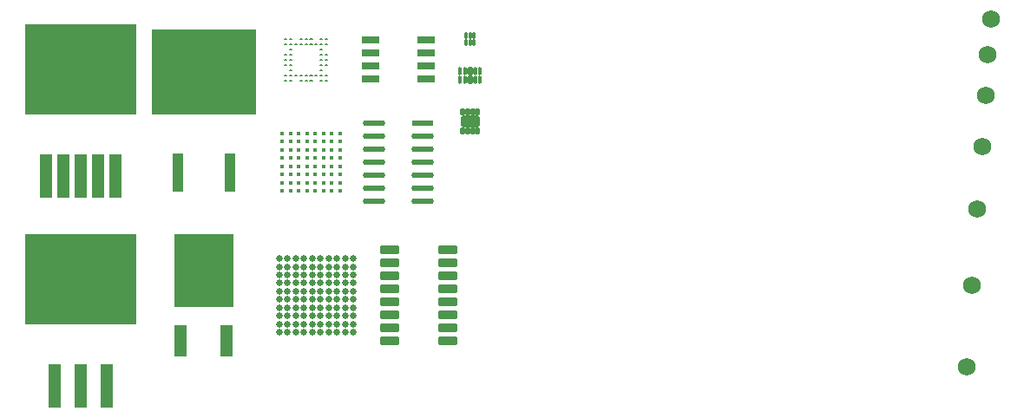
<source format=gbs>
G04*
G04 #@! TF.GenerationSoftware,Altium Limited,Altium Designer,21.2.2 (38)*
G04*
G04 Layer_Color=16711935*
%FSLAX25Y25*%
%MOIN*%
G70*
G04*
G04 #@! TF.SameCoordinates,8CE579DD-E24D-4BF9-88A6-D400C93C7681*
G04*
G04*
G04 #@! TF.FilePolarity,Negative*
G04*
G01*
G75*
%ADD52C,0.06800*%
%ADD53C,0.02520*%
G04:AMPARAMS|DCode=92|XSize=84.81mil|YSize=22.32mil|CornerRadius=11.16mil|HoleSize=0mil|Usage=FLASHONLY|Rotation=180.000|XOffset=0mil|YOffset=0mil|HoleType=Round|Shape=RoundedRectangle|*
%AMROUNDEDRECTD92*
21,1,0.08481,0.00000,0,0,180.0*
21,1,0.06249,0.02232,0,0,180.0*
1,1,0.02232,-0.03125,0.00000*
1,1,0.02232,0.03125,0.00000*
1,1,0.02232,0.03125,0.00000*
1,1,0.02232,-0.03125,0.00000*
%
%ADD92ROUNDEDRECTD92*%
%ADD93R,0.08481X0.02232*%
%ADD96C,0.01575*%
%ADD105C,0.00689*%
G04:AMPARAMS|DCode=106|XSize=43.43mil|YSize=70.99mil|CornerRadius=5.95mil|HoleSize=0mil|Usage=FLASHONLY|Rotation=90.000|XOffset=0mil|YOffset=0mil|HoleType=Round|Shape=RoundedRectangle|*
%AMROUNDEDRECTD106*
21,1,0.04343,0.05909,0,0,90.0*
21,1,0.03154,0.07099,0,0,90.0*
1,1,0.01190,0.02955,0.01577*
1,1,0.01190,0.02955,-0.01577*
1,1,0.01190,-0.02955,-0.01577*
1,1,0.01190,-0.02955,0.01577*
%
%ADD106ROUNDEDRECTD106*%
G04:AMPARAMS|DCode=107|XSize=17.84mil|YSize=27.69mil|CornerRadius=5.97mil|HoleSize=0mil|Usage=FLASHONLY|Rotation=0.000|XOffset=0mil|YOffset=0mil|HoleType=Round|Shape=RoundedRectangle|*
%AMROUNDEDRECTD107*
21,1,0.01784,0.01575,0,0,0.0*
21,1,0.00591,0.02769,0,0,0.0*
1,1,0.01194,0.00295,-0.00787*
1,1,0.01194,-0.00295,-0.00787*
1,1,0.01194,-0.00295,0.00787*
1,1,0.01194,0.00295,0.00787*
%
%ADD107ROUNDEDRECTD107*%
G04:AMPARAMS|DCode=108|XSize=15.87mil|YSize=30.24mil|CornerRadius=5.97mil|HoleSize=0mil|Usage=FLASHONLY|Rotation=0.000|XOffset=0mil|YOffset=0mil|HoleType=Round|Shape=RoundedRectangle|*
%AMROUNDEDRECTD108*
21,1,0.01587,0.01831,0,0,0.0*
21,1,0.00394,0.03024,0,0,0.0*
1,1,0.01194,0.00197,-0.00915*
1,1,0.01194,-0.00197,-0.00915*
1,1,0.01194,-0.00197,0.00915*
1,1,0.01194,0.00197,0.00915*
%
%ADD108ROUNDEDRECTD108*%
G04:AMPARAMS|DCode=109|XSize=23.75mil|YSize=30.24mil|CornerRadius=5.97mil|HoleSize=0mil|Usage=FLASHONLY|Rotation=0.000|XOffset=0mil|YOffset=0mil|HoleType=Round|Shape=RoundedRectangle|*
%AMROUNDEDRECTD109*
21,1,0.02375,0.01831,0,0,0.0*
21,1,0.01181,0.03024,0,0,0.0*
1,1,0.01194,0.00591,-0.00915*
1,1,0.01194,-0.00591,-0.00915*
1,1,0.01194,-0.00591,0.00915*
1,1,0.01194,0.00591,0.00915*
%
%ADD109ROUNDEDRECTD109*%
G04:AMPARAMS|DCode=110|XSize=15.87mil|YSize=28.87mil|CornerRadius=5.97mil|HoleSize=0mil|Usage=FLASHONLY|Rotation=0.000|XOffset=0mil|YOffset=0mil|HoleType=Round|Shape=RoundedRectangle|*
%AMROUNDEDRECTD110*
21,1,0.01587,0.01693,0,0,0.0*
21,1,0.00394,0.02887,0,0,0.0*
1,1,0.01194,0.00197,-0.00847*
1,1,0.01194,-0.00197,-0.00847*
1,1,0.01194,-0.00197,0.00847*
1,1,0.01194,0.00197,0.00847*
%
%ADD110ROUNDEDRECTD110*%
G04:AMPARAMS|DCode=111|XSize=33.59mil|YSize=72.96mil|CornerRadius=5.92mil|HoleSize=0mil|Usage=FLASHONLY|Rotation=90.000|XOffset=0mil|YOffset=0mil|HoleType=Round|Shape=RoundedRectangle|*
%AMROUNDEDRECTD111*
21,1,0.03359,0.06112,0,0,90.0*
21,1,0.02175,0.07296,0,0,90.0*
1,1,0.01184,0.03056,0.01088*
1,1,0.01184,0.03056,-0.01088*
1,1,0.01184,-0.03056,-0.01088*
1,1,0.01184,-0.03056,0.01088*
%
%ADD111ROUNDEDRECTD111*%
%ADD112R,0.06902X0.03162*%
%ADD113C,0.02572*%
%ADD114R,0.04737X0.12020*%
%ADD115R,0.23044X0.27965*%
%ADD116R,0.04343X0.14776*%
%ADD117R,0.40367X0.32690*%
%ADD118R,0.05131X0.16942*%
%ADD119R,0.43123X0.35052*%
%ADD120R,0.42926X0.35052*%
D52*
X377953Y70866D02*
D03*
X375984Y39370D02*
D03*
X379921Y100000D02*
D03*
X381890Y124016D02*
D03*
X383071Y143701D02*
D03*
X383858Y159449D02*
D03*
X385039Y173228D02*
D03*
D53*
X183465Y133858D02*
D03*
X186614D02*
D03*
D92*
X148126Y133110D02*
D03*
Y128110D02*
D03*
Y123110D02*
D03*
Y118110D02*
D03*
Y113110D02*
D03*
Y108110D02*
D03*
Y103110D02*
D03*
X166835D02*
D03*
Y108110D02*
D03*
Y113110D02*
D03*
Y118110D02*
D03*
Y123110D02*
D03*
Y128110D02*
D03*
D93*
Y133110D02*
D03*
D96*
X112992Y129134D02*
D03*
Y125984D02*
D03*
Y122835D02*
D03*
Y119685D02*
D03*
Y116535D02*
D03*
Y113386D02*
D03*
Y110236D02*
D03*
Y107087D02*
D03*
X116142Y129134D02*
D03*
Y125984D02*
D03*
Y122835D02*
D03*
Y119685D02*
D03*
Y116535D02*
D03*
Y113386D02*
D03*
Y110236D02*
D03*
Y107087D02*
D03*
X119291Y129134D02*
D03*
Y125984D02*
D03*
Y122835D02*
D03*
Y119685D02*
D03*
Y116535D02*
D03*
Y113386D02*
D03*
Y110236D02*
D03*
Y107087D02*
D03*
X122441Y129134D02*
D03*
Y125984D02*
D03*
Y122835D02*
D03*
Y119685D02*
D03*
Y116535D02*
D03*
Y113386D02*
D03*
Y110236D02*
D03*
Y107087D02*
D03*
X125591Y129134D02*
D03*
Y125984D02*
D03*
Y122835D02*
D03*
Y119685D02*
D03*
Y116535D02*
D03*
Y113386D02*
D03*
Y110236D02*
D03*
Y107087D02*
D03*
X128740Y129134D02*
D03*
Y125984D02*
D03*
Y122835D02*
D03*
Y119685D02*
D03*
Y116535D02*
D03*
Y113386D02*
D03*
Y110236D02*
D03*
Y107087D02*
D03*
X131890Y129134D02*
D03*
Y125984D02*
D03*
Y122835D02*
D03*
Y119685D02*
D03*
Y116535D02*
D03*
Y113386D02*
D03*
Y110236D02*
D03*
Y107087D02*
D03*
X135039Y129134D02*
D03*
Y125984D02*
D03*
Y122835D02*
D03*
Y119685D02*
D03*
Y116535D02*
D03*
Y113386D02*
D03*
Y110236D02*
D03*
Y107087D02*
D03*
D105*
X116486Y161417D02*
X115797D01*
X116486D01*
X128297D02*
X127608D01*
X128297D01*
X114518Y159449D02*
X113829D01*
X114518D01*
X116486D02*
X115797D01*
X116486D01*
X128297D02*
X127608D01*
X128297D01*
X130266D02*
X129577D01*
X130266D01*
X114518Y165354D02*
X113829D01*
X114518D01*
X116486D02*
X115797D01*
X116486D01*
X120423D02*
X119734D01*
X120423D01*
X122392D02*
X121703D01*
X122392D01*
X124360D02*
X123671D01*
X124360D01*
X128297D02*
X127608D01*
X128297D01*
X130266D02*
X129577D01*
X130266D01*
X114518Y163386D02*
X113829D01*
X114518D01*
X116486D02*
X115797D01*
X116486D01*
X118455D02*
X117766D01*
X118455D01*
X120423D02*
X119734D01*
X120423D01*
X122392D02*
X121703D01*
X122392D01*
X124360D02*
X123671D01*
X124360D01*
X126329D02*
X125640D01*
X126329D01*
X128297D02*
X127608D01*
X128297D01*
X130266D02*
X129577D01*
X130266D01*
X114518Y157480D02*
X113829D01*
X114518D01*
X116486D02*
X115797D01*
X116486D01*
X128297D02*
X127608D01*
X128297D01*
X130266D02*
X129577D01*
X130266D01*
X114518Y155512D02*
X113829D01*
X114518D01*
X116486D02*
X115797D01*
X116486D01*
X128297D02*
X127608D01*
X128297D01*
X130266D02*
X129577D01*
X130266D01*
X116486Y153543D02*
X115797D01*
X116486D01*
X128297D02*
X127608D01*
X128297D01*
X114518Y151575D02*
X113829D01*
X114518D01*
X116486D02*
X115797D01*
X116486D01*
X118455D02*
X117766D01*
X118455D01*
X120423D02*
X119734D01*
X120423D01*
X122392D02*
X121703D01*
X122392D01*
X124360D02*
X123671D01*
X124360D01*
X126329D02*
X125640D01*
X126329D01*
X128297D02*
X127608D01*
X128297D01*
X130266D02*
X129577D01*
X130266D01*
X114518Y149606D02*
X113829D01*
X114518D01*
X116486D02*
X115797D01*
X116486D01*
X120423D02*
X119734D01*
X120423D01*
X122392D02*
X121703D01*
X122392D01*
X124360D02*
X123671D01*
X124360D01*
X128297D02*
X127608D01*
X128297D01*
X130266D02*
X129577D01*
X130266D01*
D106*
X185039Y133858D02*
D03*
D107*
X187992Y137598D02*
D03*
X186024D02*
D03*
X184055D02*
D03*
X182087D02*
D03*
Y130118D02*
D03*
X184055D02*
D03*
X186024D02*
D03*
X187992D02*
D03*
D108*
X188976Y149931D02*
D03*
X187008D02*
D03*
X183071D02*
D03*
X181102D02*
D03*
Y153218D02*
D03*
X183071D02*
D03*
X187008D02*
D03*
X188976D02*
D03*
D109*
X185039Y149931D02*
D03*
Y153218D02*
D03*
D110*
X183661Y166673D02*
D03*
X185039D02*
D03*
X186417D02*
D03*
X183661Y164035D02*
D03*
X185039D02*
D03*
X186417D02*
D03*
D111*
X154232Y49429D02*
D03*
Y54429D02*
D03*
Y59429D02*
D03*
Y64429D02*
D03*
Y69429D02*
D03*
Y74429D02*
D03*
Y79429D02*
D03*
Y84429D02*
D03*
X176476Y49429D02*
D03*
Y54429D02*
D03*
Y59429D02*
D03*
Y64429D02*
D03*
Y69429D02*
D03*
Y74429D02*
D03*
Y79429D02*
D03*
Y84429D02*
D03*
D112*
X168110Y164980D02*
D03*
Y159980D02*
D03*
Y154980D02*
D03*
Y149980D02*
D03*
X146850Y164980D02*
D03*
Y159980D02*
D03*
Y154980D02*
D03*
Y149980D02*
D03*
D113*
X111811Y52756D02*
D03*
X114961D02*
D03*
X118110D02*
D03*
X121260D02*
D03*
X124409D02*
D03*
X127559D02*
D03*
X130709D02*
D03*
X133858D02*
D03*
X137008D02*
D03*
X140157D02*
D03*
X111811Y55905D02*
D03*
X114961D02*
D03*
X118110D02*
D03*
X121260D02*
D03*
X124409D02*
D03*
X127559D02*
D03*
X130709D02*
D03*
X133858D02*
D03*
X137008D02*
D03*
X140157D02*
D03*
X111811Y59055D02*
D03*
X114961D02*
D03*
X118110D02*
D03*
X121260D02*
D03*
X124409D02*
D03*
X127559D02*
D03*
X130709D02*
D03*
X133858D02*
D03*
X137008D02*
D03*
X140157D02*
D03*
X111811Y62205D02*
D03*
X114961D02*
D03*
X118110D02*
D03*
X121260D02*
D03*
X124409D02*
D03*
X127559D02*
D03*
X130709D02*
D03*
X133858D02*
D03*
X137008D02*
D03*
X140157D02*
D03*
X111811Y65354D02*
D03*
X114961D02*
D03*
X118110D02*
D03*
X121260D02*
D03*
X124409D02*
D03*
X127559D02*
D03*
X130709D02*
D03*
X133858D02*
D03*
X137008D02*
D03*
X140157D02*
D03*
X111811Y68504D02*
D03*
X114961D02*
D03*
X118110D02*
D03*
X121260D02*
D03*
X124409D02*
D03*
X127559D02*
D03*
X130709D02*
D03*
X133858D02*
D03*
X137008D02*
D03*
X140157D02*
D03*
X111811Y71653D02*
D03*
X114961D02*
D03*
X118110D02*
D03*
X121260D02*
D03*
X124409D02*
D03*
X127559D02*
D03*
X130709D02*
D03*
X133858D02*
D03*
X137008D02*
D03*
X140157D02*
D03*
X111811Y74803D02*
D03*
X114961D02*
D03*
X118110D02*
D03*
X121260D02*
D03*
X124409D02*
D03*
X127559D02*
D03*
X130709D02*
D03*
X133858D02*
D03*
X137008D02*
D03*
X140157D02*
D03*
X111811Y77953D02*
D03*
X114961D02*
D03*
X118110D02*
D03*
X121260D02*
D03*
X124409D02*
D03*
X127559D02*
D03*
X130709D02*
D03*
X133858D02*
D03*
X137008D02*
D03*
X140157D02*
D03*
X111811Y81102D02*
D03*
X114961D02*
D03*
X118110D02*
D03*
X121260D02*
D03*
X124409D02*
D03*
X127559D02*
D03*
X130709D02*
D03*
X133858D02*
D03*
X137008D02*
D03*
X140157D02*
D03*
D114*
X91654Y49606D02*
D03*
X73701D02*
D03*
D115*
X82677Y76378D02*
D03*
D116*
X92677Y113976D02*
D03*
X72677D02*
D03*
D117*
X82677Y152756D02*
D03*
D118*
X45433Y32087D02*
D03*
X35433D02*
D03*
X25433D02*
D03*
X48819Y112795D02*
D03*
X42126D02*
D03*
X35433D02*
D03*
X28740D02*
D03*
X22047D02*
D03*
D119*
X35433Y73032D02*
D03*
D120*
Y153740D02*
D03*
M02*

</source>
